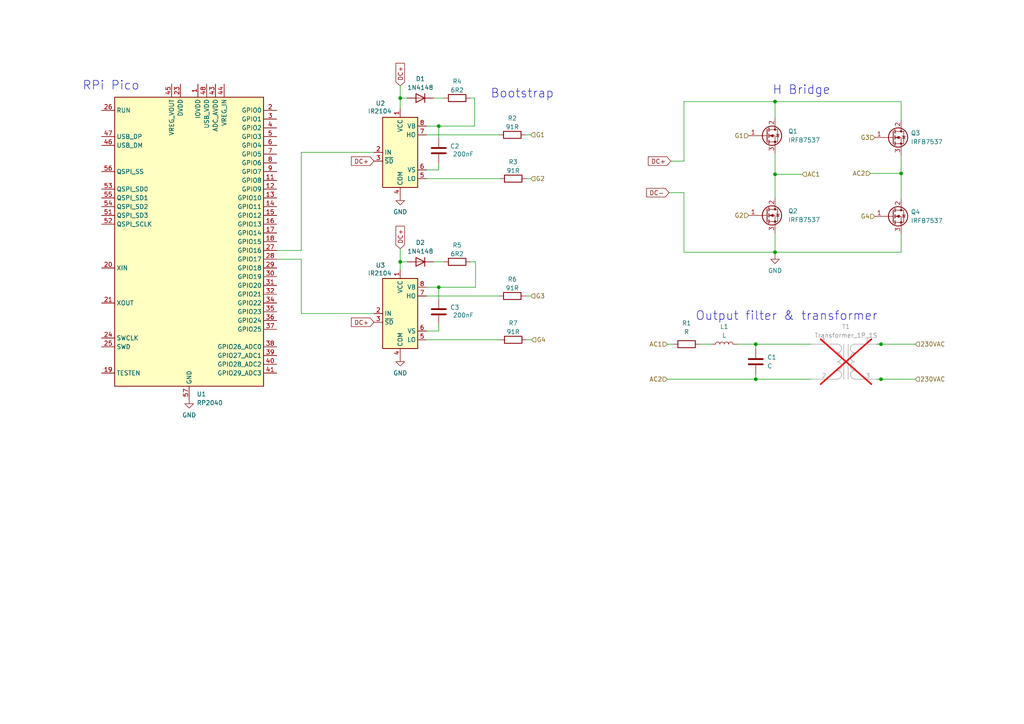
<source format=kicad_sch>
(kicad_sch (version 20230121) (generator eeschema)

  (uuid bda8836d-b59d-4f7b-bcf8-2d78f9a2ce7b)

  (paper "A4")

  (lib_symbols
    (symbol "Device:C" (pin_numbers hide) (pin_names (offset 0.254)) (in_bom yes) (on_board yes)
      (property "Reference" "C" (at 0.635 2.54 0)
        (effects (font (size 1.27 1.27)) (justify left))
      )
      (property "Value" "C" (at 0.635 -2.54 0)
        (effects (font (size 1.27 1.27)) (justify left))
      )
      (property "Footprint" "" (at 0.9652 -3.81 0)
        (effects (font (size 1.27 1.27)) hide)
      )
      (property "Datasheet" "~" (at 0 0 0)
        (effects (font (size 1.27 1.27)) hide)
      )
      (property "ki_keywords" "cap capacitor" (at 0 0 0)
        (effects (font (size 1.27 1.27)) hide)
      )
      (property "ki_description" "Unpolarized capacitor" (at 0 0 0)
        (effects (font (size 1.27 1.27)) hide)
      )
      (property "ki_fp_filters" "C_*" (at 0 0 0)
        (effects (font (size 1.27 1.27)) hide)
      )
      (symbol "C_0_1"
        (polyline
          (pts
            (xy -2.032 -0.762)
            (xy 2.032 -0.762)
          )
          (stroke (width 0.508) (type default))
          (fill (type none))
        )
        (polyline
          (pts
            (xy -2.032 0.762)
            (xy 2.032 0.762)
          )
          (stroke (width 0.508) (type default))
          (fill (type none))
        )
      )
      (symbol "C_1_1"
        (pin passive line (at 0 3.81 270) (length 2.794)
          (name "~" (effects (font (size 1.27 1.27))))
          (number "1" (effects (font (size 1.27 1.27))))
        )
        (pin passive line (at 0 -3.81 90) (length 2.794)
          (name "~" (effects (font (size 1.27 1.27))))
          (number "2" (effects (font (size 1.27 1.27))))
        )
      )
    )
    (symbol "Device:D" (pin_numbers hide) (pin_names (offset 1.016) hide) (in_bom yes) (on_board yes)
      (property "Reference" "D" (at 0 2.54 0)
        (effects (font (size 1.27 1.27)))
      )
      (property "Value" "D" (at 0 -2.54 0)
        (effects (font (size 1.27 1.27)))
      )
      (property "Footprint" "" (at 0 0 0)
        (effects (font (size 1.27 1.27)) hide)
      )
      (property "Datasheet" "~" (at 0 0 0)
        (effects (font (size 1.27 1.27)) hide)
      )
      (property "Sim.Device" "D" (at 0 0 0)
        (effects (font (size 1.27 1.27)) hide)
      )
      (property "Sim.Pins" "1=K 2=A" (at 0 0 0)
        (effects (font (size 1.27 1.27)) hide)
      )
      (property "ki_keywords" "diode" (at 0 0 0)
        (effects (font (size 1.27 1.27)) hide)
      )
      (property "ki_description" "Diode" (at 0 0 0)
        (effects (font (size 1.27 1.27)) hide)
      )
      (property "ki_fp_filters" "TO-???* *_Diode_* *SingleDiode* D_*" (at 0 0 0)
        (effects (font (size 1.27 1.27)) hide)
      )
      (symbol "D_0_1"
        (polyline
          (pts
            (xy -1.27 1.27)
            (xy -1.27 -1.27)
          )
          (stroke (width 0.254) (type default))
          (fill (type none))
        )
        (polyline
          (pts
            (xy 1.27 0)
            (xy -1.27 0)
          )
          (stroke (width 0) (type default))
          (fill (type none))
        )
        (polyline
          (pts
            (xy 1.27 1.27)
            (xy 1.27 -1.27)
            (xy -1.27 0)
            (xy 1.27 1.27)
          )
          (stroke (width 0.254) (type default))
          (fill (type none))
        )
      )
      (symbol "D_1_1"
        (pin passive line (at -3.81 0 0) (length 2.54)
          (name "K" (effects (font (size 1.27 1.27))))
          (number "1" (effects (font (size 1.27 1.27))))
        )
        (pin passive line (at 3.81 0 180) (length 2.54)
          (name "A" (effects (font (size 1.27 1.27))))
          (number "2" (effects (font (size 1.27 1.27))))
        )
      )
    )
    (symbol "Device:L" (pin_numbers hide) (pin_names (offset 1.016) hide) (in_bom yes) (on_board yes)
      (property "Reference" "L" (at -1.27 0 90)
        (effects (font (size 1.27 1.27)))
      )
      (property "Value" "L" (at 1.905 0 90)
        (effects (font (size 1.27 1.27)))
      )
      (property "Footprint" "" (at 0 0 0)
        (effects (font (size 1.27 1.27)) hide)
      )
      (property "Datasheet" "~" (at 0 0 0)
        (effects (font (size 1.27 1.27)) hide)
      )
      (property "ki_keywords" "inductor choke coil reactor magnetic" (at 0 0 0)
        (effects (font (size 1.27 1.27)) hide)
      )
      (property "ki_description" "Inductor" (at 0 0 0)
        (effects (font (size 1.27 1.27)) hide)
      )
      (property "ki_fp_filters" "Choke_* *Coil* Inductor_* L_*" (at 0 0 0)
        (effects (font (size 1.27 1.27)) hide)
      )
      (symbol "L_0_1"
        (arc (start 0 -2.54) (mid 0.6323 -1.905) (end 0 -1.27)
          (stroke (width 0) (type default))
          (fill (type none))
        )
        (arc (start 0 -1.27) (mid 0.6323 -0.635) (end 0 0)
          (stroke (width 0) (type default))
          (fill (type none))
        )
        (arc (start 0 0) (mid 0.6323 0.635) (end 0 1.27)
          (stroke (width 0) (type default))
          (fill (type none))
        )
        (arc (start 0 1.27) (mid 0.6323 1.905) (end 0 2.54)
          (stroke (width 0) (type default))
          (fill (type none))
        )
      )
      (symbol "L_1_1"
        (pin passive line (at 0 3.81 270) (length 1.27)
          (name "1" (effects (font (size 1.27 1.27))))
          (number "1" (effects (font (size 1.27 1.27))))
        )
        (pin passive line (at 0 -3.81 90) (length 1.27)
          (name "2" (effects (font (size 1.27 1.27))))
          (number "2" (effects (font (size 1.27 1.27))))
        )
      )
    )
    (symbol "Device:R" (pin_numbers hide) (pin_names (offset 0)) (in_bom yes) (on_board yes)
      (property "Reference" "R" (at 2.032 0 90)
        (effects (font (size 1.27 1.27)))
      )
      (property "Value" "R" (at 0 0 90)
        (effects (font (size 1.27 1.27)))
      )
      (property "Footprint" "" (at -1.778 0 90)
        (effects (font (size 1.27 1.27)) hide)
      )
      (property "Datasheet" "~" (at 0 0 0)
        (effects (font (size 1.27 1.27)) hide)
      )
      (property "ki_keywords" "R res resistor" (at 0 0 0)
        (effects (font (size 1.27 1.27)) hide)
      )
      (property "ki_description" "Resistor" (at 0 0 0)
        (effects (font (size 1.27 1.27)) hide)
      )
      (property "ki_fp_filters" "R_*" (at 0 0 0)
        (effects (font (size 1.27 1.27)) hide)
      )
      (symbol "R_0_1"
        (rectangle (start -1.016 -2.54) (end 1.016 2.54)
          (stroke (width 0.254) (type default))
          (fill (type none))
        )
      )
      (symbol "R_1_1"
        (pin passive line (at 0 3.81 270) (length 1.27)
          (name "~" (effects (font (size 1.27 1.27))))
          (number "1" (effects (font (size 1.27 1.27))))
        )
        (pin passive line (at 0 -3.81 90) (length 1.27)
          (name "~" (effects (font (size 1.27 1.27))))
          (number "2" (effects (font (size 1.27 1.27))))
        )
      )
    )
    (symbol "Device:Transformer_1P_1S" (pin_names (offset 1.016) hide) (in_bom yes) (on_board yes)
      (property "Reference" "T" (at 0 6.35 0)
        (effects (font (size 1.27 1.27)))
      )
      (property "Value" "Transformer_1P_1S" (at 0 -7.62 0)
        (effects (font (size 1.27 1.27)))
      )
      (property "Footprint" "" (at 0 0 0)
        (effects (font (size 1.27 1.27)) hide)
      )
      (property "Datasheet" "~" (at 0 0 0)
        (effects (font (size 1.27 1.27)) hide)
      )
      (property "ki_keywords" "transformer coil magnet" (at 0 0 0)
        (effects (font (size 1.27 1.27)) hide)
      )
      (property "ki_description" "Transformer, single primary, single secondary" (at 0 0 0)
        (effects (font (size 1.27 1.27)) hide)
      )
      (symbol "Transformer_1P_1S_0_1"
        (arc (start -2.54 -5.0546) (mid -1.6599 -4.6901) (end -1.27 -3.81)
          (stroke (width 0) (type default))
          (fill (type none))
        )
        (arc (start -2.54 -2.5146) (mid -1.6599 -2.1501) (end -1.27 -1.27)
          (stroke (width 0) (type default))
          (fill (type none))
        )
        (arc (start -2.54 0.0254) (mid -1.6599 0.3899) (end -1.27 1.27)
          (stroke (width 0) (type default))
          (fill (type none))
        )
        (arc (start -2.54 2.5654) (mid -1.6599 2.9299) (end -1.27 3.81)
          (stroke (width 0) (type default))
          (fill (type none))
        )
        (arc (start -1.27 -3.81) (mid -1.642 -2.912) (end -2.54 -2.54)
          (stroke (width 0) (type default))
          (fill (type none))
        )
        (arc (start -1.27 -1.27) (mid -1.642 -0.372) (end -2.54 0)
          (stroke (width 0) (type default))
          (fill (type none))
        )
        (arc (start -1.27 1.27) (mid -1.642 2.168) (end -2.54 2.54)
          (stroke (width 0) (type default))
          (fill (type none))
        )
        (arc (start -1.27 3.81) (mid -1.642 4.708) (end -2.54 5.08)
          (stroke (width 0) (type default))
          (fill (type none))
        )
        (polyline
          (pts
            (xy -0.635 5.08)
            (xy -0.635 -5.08)
          )
          (stroke (width 0) (type default))
          (fill (type none))
        )
        (polyline
          (pts
            (xy 0.635 -5.08)
            (xy 0.635 5.08)
          )
          (stroke (width 0) (type default))
          (fill (type none))
        )
        (arc (start 1.2954 -1.27) (mid 1.6599 -2.1501) (end 2.54 -2.5146)
          (stroke (width 0) (type default))
          (fill (type none))
        )
        (arc (start 1.2954 1.27) (mid 1.6599 0.3899) (end 2.54 0.0254)
          (stroke (width 0) (type default))
          (fill (type none))
        )
        (arc (start 1.2954 3.81) (mid 1.6599 2.9299) (end 2.54 2.5654)
          (stroke (width 0) (type default))
          (fill (type none))
        )
        (arc (start 1.3208 -3.81) (mid 1.6853 -4.6901) (end 2.5654 -5.0546)
          (stroke (width 0) (type default))
          (fill (type none))
        )
        (arc (start 2.54 0) (mid 1.642 -0.372) (end 1.2954 -1.27)
          (stroke (width 0) (type default))
          (fill (type none))
        )
        (arc (start 2.54 2.54) (mid 1.642 2.168) (end 1.2954 1.27)
          (stroke (width 0) (type default))
          (fill (type none))
        )
        (arc (start 2.54 5.08) (mid 1.642 4.708) (end 1.2954 3.81)
          (stroke (width 0) (type default))
          (fill (type none))
        )
        (arc (start 2.5654 -2.54) (mid 1.6674 -2.912) (end 1.3208 -3.81)
          (stroke (width 0) (type default))
          (fill (type none))
        )
      )
      (symbol "Transformer_1P_1S_1_1"
        (pin passive line (at -10.16 5.08 0) (length 7.62)
          (name "AA" (effects (font (size 1.27 1.27))))
          (number "1" (effects (font (size 1.27 1.27))))
        )
        (pin passive line (at -10.16 -5.08 0) (length 7.62)
          (name "AB" (effects (font (size 1.27 1.27))))
          (number "2" (effects (font (size 1.27 1.27))))
        )
        (pin passive line (at 10.16 -5.08 180) (length 7.62)
          (name "SA" (effects (font (size 1.27 1.27))))
          (number "3" (effects (font (size 1.27 1.27))))
        )
        (pin passive line (at 10.16 5.08 180) (length 7.62)
          (name "SB" (effects (font (size 1.27 1.27))))
          (number "4" (effects (font (size 1.27 1.27))))
        )
      )
    )
    (symbol "Driver_FET:IR2104" (in_bom yes) (on_board yes)
      (property "Reference" "U" (at 1.27 13.335 0)
        (effects (font (size 1.27 1.27)) (justify left))
      )
      (property "Value" "IR2104" (at 1.27 11.43 0)
        (effects (font (size 1.27 1.27)) (justify left))
      )
      (property "Footprint" "" (at 0 0 0)
        (effects (font (size 1.27 1.27) italic) hide)
      )
      (property "Datasheet" "https://www.infineon.com/dgdl/ir2104.pdf?fileId=5546d462533600a4015355c7c1c31671" (at 0 0 0)
        (effects (font (size 1.27 1.27)) hide)
      )
      (property "ki_keywords" "Gate Driver" (at 0 0 0)
        (effects (font (size 1.27 1.27)) hide)
      )
      (property "ki_description" "Half-Bridge Driver, 600V, 210/360mA, PDIP-8/SOIC-8" (at 0 0 0)
        (effects (font (size 1.27 1.27)) hide)
      )
      (property "ki_fp_filters" "SOIC*3.9x4.9mm*P1.27mm* DIP*W7.62mm*" (at 0 0 0)
        (effects (font (size 1.27 1.27)) hide)
      )
      (symbol "IR2104_0_1"
        (rectangle (start -5.08 -10.16) (end 5.08 10.16)
          (stroke (width 0.254) (type default))
          (fill (type background))
        )
      )
      (symbol "IR2104_1_1"
        (pin power_in line (at 0 12.7 270) (length 2.54)
          (name "VCC" (effects (font (size 1.27 1.27))))
          (number "1" (effects (font (size 1.27 1.27))))
        )
        (pin input line (at -7.62 0 0) (length 2.54)
          (name "IN" (effects (font (size 1.27 1.27))))
          (number "2" (effects (font (size 1.27 1.27))))
        )
        (pin input line (at -7.62 -2.54 0) (length 2.54)
          (name "~{SD}" (effects (font (size 1.27 1.27))))
          (number "3" (effects (font (size 1.27 1.27))))
        )
        (pin power_in line (at 0 -12.7 90) (length 2.54)
          (name "COM" (effects (font (size 1.27 1.27))))
          (number "4" (effects (font (size 1.27 1.27))))
        )
        (pin output line (at 7.62 -7.62 180) (length 2.54)
          (name "LO" (effects (font (size 1.27 1.27))))
          (number "5" (effects (font (size 1.27 1.27))))
        )
        (pin passive line (at 7.62 -5.08 180) (length 2.54)
          (name "VS" (effects (font (size 1.27 1.27))))
          (number "6" (effects (font (size 1.27 1.27))))
        )
        (pin output line (at 7.62 5.08 180) (length 2.54)
          (name "HO" (effects (font (size 1.27 1.27))))
          (number "7" (effects (font (size 1.27 1.27))))
        )
        (pin passive line (at 7.62 7.62 180) (length 2.54)
          (name "VB" (effects (font (size 1.27 1.27))))
          (number "8" (effects (font (size 1.27 1.27))))
        )
      )
    )
    (symbol "MCU_RaspberryPi:RP2040" (in_bom yes) (on_board yes)
      (property "Reference" "U" (at 17.78 45.72 0)
        (effects (font (size 1.27 1.27)))
      )
      (property "Value" "RP2040" (at 17.78 43.18 0)
        (effects (font (size 1.27 1.27)))
      )
      (property "Footprint" "Package_DFN_QFN:QFN-56-1EP_7x7mm_P0.4mm_EP3.2x3.2mm" (at 0 0 0)
        (effects (font (size 1.27 1.27)) hide)
      )
      (property "Datasheet" "https://datasheets.raspberrypi.com/rp2040/rp2040-datasheet.pdf" (at 0 0 0)
        (effects (font (size 1.27 1.27)) hide)
      )
      (property "ki_keywords" "RP2040 ARM Cortex-M0+ USB" (at 0 0 0)
        (effects (font (size 1.27 1.27)) hide)
      )
      (property "ki_description" "A microcontroller by Raspberry Pi" (at 0 0 0)
        (effects (font (size 1.27 1.27)) hide)
      )
      (property "ki_fp_filters" "QFN*1EP*7x7mm?P0.4mm*" (at 0 0 0)
        (effects (font (size 1.27 1.27)) hide)
      )
      (symbol "RP2040_0_1"
        (rectangle (start -21.59 41.91) (end 21.59 -41.91)
          (stroke (width 0.254) (type default))
          (fill (type background))
        )
      )
      (symbol "RP2040_1_1"
        (pin power_in line (at 2.54 45.72 270) (length 3.81)
          (name "IOVDD" (effects (font (size 1.27 1.27))))
          (number "1" (effects (font (size 1.27 1.27))))
        )
        (pin passive line (at 2.54 45.72 270) (length 3.81) hide
          (name "IOVDD" (effects (font (size 1.27 1.27))))
          (number "10" (effects (font (size 1.27 1.27))))
        )
        (pin bidirectional line (at 25.4 17.78 180) (length 3.81)
          (name "GPIO8" (effects (font (size 1.27 1.27))))
          (number "11" (effects (font (size 1.27 1.27))))
        )
        (pin bidirectional line (at 25.4 15.24 180) (length 3.81)
          (name "GPIO9" (effects (font (size 1.27 1.27))))
          (number "12" (effects (font (size 1.27 1.27))))
        )
        (pin bidirectional line (at 25.4 12.7 180) (length 3.81)
          (name "GPIO10" (effects (font (size 1.27 1.27))))
          (number "13" (effects (font (size 1.27 1.27))))
        )
        (pin bidirectional line (at 25.4 10.16 180) (length 3.81)
          (name "GPIO11" (effects (font (size 1.27 1.27))))
          (number "14" (effects (font (size 1.27 1.27))))
        )
        (pin bidirectional line (at 25.4 7.62 180) (length 3.81)
          (name "GPIO12" (effects (font (size 1.27 1.27))))
          (number "15" (effects (font (size 1.27 1.27))))
        )
        (pin bidirectional line (at 25.4 5.08 180) (length 3.81)
          (name "GPIO13" (effects (font (size 1.27 1.27))))
          (number "16" (effects (font (size 1.27 1.27))))
        )
        (pin bidirectional line (at 25.4 2.54 180) (length 3.81)
          (name "GPIO14" (effects (font (size 1.27 1.27))))
          (number "17" (effects (font (size 1.27 1.27))))
        )
        (pin bidirectional line (at 25.4 0 180) (length 3.81)
          (name "GPIO15" (effects (font (size 1.27 1.27))))
          (number "18" (effects (font (size 1.27 1.27))))
        )
        (pin input line (at -25.4 -38.1 0) (length 3.81)
          (name "TESTEN" (effects (font (size 1.27 1.27))))
          (number "19" (effects (font (size 1.27 1.27))))
        )
        (pin bidirectional line (at 25.4 38.1 180) (length 3.81)
          (name "GPIO0" (effects (font (size 1.27 1.27))))
          (number "2" (effects (font (size 1.27 1.27))))
        )
        (pin input line (at -25.4 -7.62 0) (length 3.81)
          (name "XIN" (effects (font (size 1.27 1.27))))
          (number "20" (effects (font (size 1.27 1.27))))
        )
        (pin passive line (at -25.4 -17.78 0) (length 3.81)
          (name "XOUT" (effects (font (size 1.27 1.27))))
          (number "21" (effects (font (size 1.27 1.27))))
        )
        (pin passive line (at 2.54 45.72 270) (length 3.81) hide
          (name "IOVDD" (effects (font (size 1.27 1.27))))
          (number "22" (effects (font (size 1.27 1.27))))
        )
        (pin power_in line (at -2.54 45.72 270) (length 3.81)
          (name "DVDD" (effects (font (size 1.27 1.27))))
          (number "23" (effects (font (size 1.27 1.27))))
        )
        (pin input line (at -25.4 -27.94 0) (length 3.81)
          (name "SWCLK" (effects (font (size 1.27 1.27))))
          (number "24" (effects (font (size 1.27 1.27))))
        )
        (pin bidirectional line (at -25.4 -30.48 0) (length 3.81)
          (name "SWD" (effects (font (size 1.27 1.27))))
          (number "25" (effects (font (size 1.27 1.27))))
        )
        (pin input line (at -25.4 38.1 0) (length 3.81)
          (name "RUN" (effects (font (size 1.27 1.27))))
          (number "26" (effects (font (size 1.27 1.27))))
        )
        (pin bidirectional line (at 25.4 -2.54 180) (length 3.81)
          (name "GPIO16" (effects (font (size 1.27 1.27))))
          (number "27" (effects (font (size 1.27 1.27))))
        )
        (pin bidirectional line (at 25.4 -5.08 180) (length 3.81)
          (name "GPIO17" (effects (font (size 1.27 1.27))))
          (number "28" (effects (font (size 1.27 1.27))))
        )
        (pin bidirectional line (at 25.4 -7.62 180) (length 3.81)
          (name "GPIO18" (effects (font (size 1.27 1.27))))
          (number "29" (effects (font (size 1.27 1.27))))
        )
        (pin bidirectional line (at 25.4 35.56 180) (length 3.81)
          (name "GPIO1" (effects (font (size 1.27 1.27))))
          (number "3" (effects (font (size 1.27 1.27))))
        )
        (pin bidirectional line (at 25.4 -10.16 180) (length 3.81)
          (name "GPIO19" (effects (font (size 1.27 1.27))))
          (number "30" (effects (font (size 1.27 1.27))))
        )
        (pin bidirectional line (at 25.4 -12.7 180) (length 3.81)
          (name "GPIO20" (effects (font (size 1.27 1.27))))
          (number "31" (effects (font (size 1.27 1.27))))
        )
        (pin bidirectional line (at 25.4 -15.24 180) (length 3.81)
          (name "GPIO21" (effects (font (size 1.27 1.27))))
          (number "32" (effects (font (size 1.27 1.27))))
        )
        (pin passive line (at 2.54 45.72 270) (length 3.81) hide
          (name "IOVDD" (effects (font (size 1.27 1.27))))
          (number "33" (effects (font (size 1.27 1.27))))
        )
        (pin bidirectional line (at 25.4 -17.78 180) (length 3.81)
          (name "GPIO22" (effects (font (size 1.27 1.27))))
          (number "34" (effects (font (size 1.27 1.27))))
        )
        (pin bidirectional line (at 25.4 -20.32 180) (length 3.81)
          (name "GPIO23" (effects (font (size 1.27 1.27))))
          (number "35" (effects (font (size 1.27 1.27))))
        )
        (pin bidirectional line (at 25.4 -22.86 180) (length 3.81)
          (name "GPIO24" (effects (font (size 1.27 1.27))))
          (number "36" (effects (font (size 1.27 1.27))))
        )
        (pin bidirectional line (at 25.4 -25.4 180) (length 3.81)
          (name "GPIO25" (effects (font (size 1.27 1.27))))
          (number "37" (effects (font (size 1.27 1.27))))
        )
        (pin bidirectional line (at 25.4 -30.48 180) (length 3.81)
          (name "GPIO26_ADC0" (effects (font (size 1.27 1.27))))
          (number "38" (effects (font (size 1.27 1.27))))
        )
        (pin bidirectional line (at 25.4 -33.02 180) (length 3.81)
          (name "GPIO27_ADC1" (effects (font (size 1.27 1.27))))
          (number "39" (effects (font (size 1.27 1.27))))
        )
        (pin bidirectional line (at 25.4 33.02 180) (length 3.81)
          (name "GPIO2" (effects (font (size 1.27 1.27))))
          (number "4" (effects (font (size 1.27 1.27))))
        )
        (pin bidirectional line (at 25.4 -35.56 180) (length 3.81)
          (name "GPIO28_ADC2" (effects (font (size 1.27 1.27))))
          (number "40" (effects (font (size 1.27 1.27))))
        )
        (pin bidirectional line (at 25.4 -38.1 180) (length 3.81)
          (name "GPIO29_ADC3" (effects (font (size 1.27 1.27))))
          (number "41" (effects (font (size 1.27 1.27))))
        )
        (pin passive line (at 2.54 45.72 270) (length 3.81) hide
          (name "IOVDD" (effects (font (size 1.27 1.27))))
          (number "42" (effects (font (size 1.27 1.27))))
        )
        (pin power_in line (at 7.62 45.72 270) (length 3.81)
          (name "ADC_AVDD" (effects (font (size 1.27 1.27))))
          (number "43" (effects (font (size 1.27 1.27))))
        )
        (pin power_in line (at 10.16 45.72 270) (length 3.81)
          (name "VREG_IN" (effects (font (size 1.27 1.27))))
          (number "44" (effects (font (size 1.27 1.27))))
        )
        (pin power_out line (at -5.08 45.72 270) (length 3.81)
          (name "VREG_VOUT" (effects (font (size 1.27 1.27))))
          (number "45" (effects (font (size 1.27 1.27))))
        )
        (pin bidirectional line (at -25.4 27.94 0) (length 3.81)
          (name "USB_DM" (effects (font (size 1.27 1.27))))
          (number "46" (effects (font (size 1.27 1.27))))
        )
        (pin bidirectional line (at -25.4 30.48 0) (length 3.81)
          (name "USB_DP" (effects (font (size 1.27 1.27))))
          (number "47" (effects (font (size 1.27 1.27))))
        )
        (pin power_in line (at 5.08 45.72 270) (length 3.81)
          (name "USB_VDD" (effects (font (size 1.27 1.27))))
          (number "48" (effects (font (size 1.27 1.27))))
        )
        (pin passive line (at 2.54 45.72 270) (length 3.81) hide
          (name "IOVDD" (effects (font (size 1.27 1.27))))
          (number "49" (effects (font (size 1.27 1.27))))
        )
        (pin bidirectional line (at 25.4 30.48 180) (length 3.81)
          (name "GPIO3" (effects (font (size 1.27 1.27))))
          (number "5" (effects (font (size 1.27 1.27))))
        )
        (pin passive line (at -2.54 45.72 270) (length 3.81) hide
          (name "DVDD" (effects (font (size 1.27 1.27))))
          (number "50" (effects (font (size 1.27 1.27))))
        )
        (pin bidirectional line (at -25.4 7.62 0) (length 3.81)
          (name "QSPI_SD3" (effects (font (size 1.27 1.27))))
          (number "51" (effects (font (size 1.27 1.27))))
        )
        (pin output line (at -25.4 5.08 0) (length 3.81)
          (name "QSPI_SCLK" (effects (font (size 1.27 1.27))))
          (number "52" (effects (font (size 1.27 1.27))))
        )
        (pin bidirectional line (at -25.4 15.24 0) (length 3.81)
          (name "QSPI_SD0" (effects (font (size 1.27 1.27))))
          (number "53" (effects (font (size 1.27 1.27))))
        )
        (pin bidirectional line (at -25.4 10.16 0) (length 3.81)
          (name "QSPI_SD2" (effects (font (size 1.27 1.27))))
          (number "54" (effects (font (size 1.27 1.27))))
        )
        (pin bidirectional line (at -25.4 12.7 0) (length 3.81)
          (name "QSPI_SD1" (effects (font (size 1.27 1.27))))
          (number "55" (effects (font (size 1.27 1.27))))
        )
        (pin bidirectional line (at -25.4 20.32 0) (length 3.81)
          (name "QSPI_SS" (effects (font (size 1.27 1.27))))
          (number "56" (effects (font (size 1.27 1.27))))
        )
        (pin power_in line (at 0 -45.72 90) (length 3.81)
          (name "GND" (effects (font (size 1.27 1.27))))
          (number "57" (effects (font (size 1.27 1.27))))
        )
        (pin bidirectional line (at 25.4 27.94 180) (length 3.81)
          (name "GPIO4" (effects (font (size 1.27 1.27))))
          (number "6" (effects (font (size 1.27 1.27))))
        )
        (pin bidirectional line (at 25.4 25.4 180) (length 3.81)
          (name "GPIO5" (effects (font (size 1.27 1.27))))
          (number "7" (effects (font (size 1.27 1.27))))
        )
        (pin bidirectional line (at 25.4 22.86 180) (length 3.81)
          (name "GPIO6" (effects (font (size 1.27 1.27))))
          (number "8" (effects (font (size 1.27 1.27))))
        )
        (pin bidirectional line (at 25.4 20.32 180) (length 3.81)
          (name "GPIO7" (effects (font (size 1.27 1.27))))
          (number "9" (effects (font (size 1.27 1.27))))
        )
      )
    )
    (symbol "Transistor_FET:IRF3205" (pin_names hide) (in_bom yes) (on_board yes)
      (property "Reference" "Q" (at 6.35 1.905 0)
        (effects (font (size 1.27 1.27)) (justify left))
      )
      (property "Value" "IRF3205" (at 6.35 0 0)
        (effects (font (size 1.27 1.27)) (justify left))
      )
      (property "Footprint" "Package_TO_SOT_THT:TO-220-3_Vertical" (at 6.35 -1.905 0)
        (effects (font (size 1.27 1.27) italic) (justify left) hide)
      )
      (property "Datasheet" "http://www.irf.com/product-info/datasheets/data/irf3205.pdf" (at 0 0 0)
        (effects (font (size 1.27 1.27)) (justify left) hide)
      )
      (property "ki_keywords" "Single N-Channel HEXFET Power MOSFET" (at 0 0 0)
        (effects (font (size 1.27 1.27)) hide)
      )
      (property "ki_description" "110A Id, 55V Vds, Single N-Channel HEXFET Power MOSFET, 8mOhm Ron, TO-220AB" (at 0 0 0)
        (effects (font (size 1.27 1.27)) hide)
      )
      (property "ki_fp_filters" "TO?220*" (at 0 0 0)
        (effects (font (size 1.27 1.27)) hide)
      )
      (symbol "IRF3205_0_1"
        (polyline
          (pts
            (xy 0.254 0)
            (xy -2.54 0)
          )
          (stroke (width 0) (type default))
          (fill (type none))
        )
        (polyline
          (pts
            (xy 0.254 1.905)
            (xy 0.254 -1.905)
          )
          (stroke (width 0.254) (type default))
          (fill (type none))
        )
        (polyline
          (pts
            (xy 0.762 -1.27)
            (xy 0.762 -2.286)
          )
          (stroke (width 0.254) (type default))
          (fill (type none))
        )
        (polyline
          (pts
            (xy 0.762 0.508)
            (xy 0.762 -0.508)
          )
          (stroke (width 0.254) (type default))
          (fill (type none))
        )
        (polyline
          (pts
            (xy 0.762 2.286)
            (xy 0.762 1.27)
          )
          (stroke (width 0.254) (type default))
          (fill (type none))
        )
        (polyline
          (pts
            (xy 2.54 2.54)
            (xy 2.54 1.778)
          )
          (stroke (width 0) (type default))
          (fill (type none))
        )
        (polyline
          (pts
            (xy 2.54 -2.54)
            (xy 2.54 0)
            (xy 0.762 0)
          )
          (stroke (width 0) (type default))
          (fill (type none))
        )
        (polyline
          (pts
            (xy 0.762 -1.778)
            (xy 3.302 -1.778)
            (xy 3.302 1.778)
            (xy 0.762 1.778)
          )
          (stroke (width 0) (type default))
          (fill (type none))
        )
        (polyline
          (pts
            (xy 1.016 0)
            (xy 2.032 0.381)
            (xy 2.032 -0.381)
            (xy 1.016 0)
          )
          (stroke (width 0) (type default))
          (fill (type outline))
        )
        (polyline
          (pts
            (xy 2.794 0.508)
            (xy 2.921 0.381)
            (xy 3.683 0.381)
            (xy 3.81 0.254)
          )
          (stroke (width 0) (type default))
          (fill (type none))
        )
        (polyline
          (pts
            (xy 3.302 0.381)
            (xy 2.921 -0.254)
            (xy 3.683 -0.254)
            (xy 3.302 0.381)
          )
          (stroke (width 0) (type default))
          (fill (type none))
        )
        (circle (center 1.651 0) (radius 2.794)
          (stroke (width 0.254) (type default))
          (fill (type none))
        )
        (circle (center 2.54 -1.778) (radius 0.254)
          (stroke (width 0) (type default))
          (fill (type outline))
        )
        (circle (center 2.54 1.778) (radius 0.254)
          (stroke (width 0) (type default))
          (fill (type outline))
        )
      )
      (symbol "IRF3205_1_1"
        (pin input line (at -5.08 0 0) (length 2.54)
          (name "G" (effects (font (size 1.27 1.27))))
          (number "1" (effects (font (size 1.27 1.27))))
        )
        (pin passive line (at 2.54 5.08 270) (length 2.54)
          (name "D" (effects (font (size 1.27 1.27))))
          (number "2" (effects (font (size 1.27 1.27))))
        )
        (pin passive line (at 2.54 -5.08 90) (length 2.54)
          (name "S" (effects (font (size 1.27 1.27))))
          (number "3" (effects (font (size 1.27 1.27))))
        )
      )
    )
    (symbol "power:GND" (power) (pin_names (offset 0)) (in_bom yes) (on_board yes)
      (property "Reference" "#PWR" (at 0 -6.35 0)
        (effects (font (size 1.27 1.27)) hide)
      )
      (property "Value" "GND" (at 0 -3.81 0)
        (effects (font (size 1.27 1.27)))
      )
      (property "Footprint" "" (at 0 0 0)
        (effects (font (size 1.27 1.27)) hide)
      )
      (property "Datasheet" "" (at 0 0 0)
        (effects (font (size 1.27 1.27)) hide)
      )
      (property "ki_keywords" "global power" (at 0 0 0)
        (effects (font (size 1.27 1.27)) hide)
      )
      (property "ki_description" "Power symbol creates a global label with name \"GND\" , ground" (at 0 0 0)
        (effects (font (size 1.27 1.27)) hide)
      )
      (symbol "GND_0_1"
        (polyline
          (pts
            (xy 0 0)
            (xy 0 -1.27)
            (xy 1.27 -1.27)
            (xy 0 -2.54)
            (xy -1.27 -1.27)
            (xy 0 -1.27)
          )
          (stroke (width 0) (type default))
          (fill (type none))
        )
      )
      (symbol "GND_1_1"
        (pin power_in line (at 0 0 270) (length 0) hide
          (name "GND" (effects (font (size 1.27 1.27))))
          (number "1" (effects (font (size 1.27 1.27))))
        )
      )
    )
  )

  (junction (at 219.202 99.822) (diameter 0) (color 0 0 0 0)
    (uuid 171da6f0-7ed5-43bf-a1dc-e070bf75673a)
  )
  (junction (at 261.366 50.292) (diameter 0) (color 0 0 0 0)
    (uuid 208c6644-85c6-4b77-a273-e39ac9172afc)
  )
  (junction (at 116.078 28.448) (diameter 0) (color 0 0 0 0)
    (uuid 23dad670-6f41-47b7-a4c7-85ff41cc7b87)
  )
  (junction (at 219.202 109.982) (diameter 0) (color 0 0 0 0)
    (uuid 2bb3aaa8-a642-45ee-9265-f4e63a1fa006)
  )
  (junction (at 127.254 83.312) (diameter 0) (color 0 0 0 0)
    (uuid 357af933-487a-49db-ac90-d5e5c5309db8)
  )
  (junction (at 255.524 109.982) (diameter 0) (color 0 0 0 0)
    (uuid 38eee1b2-9952-417f-bf89-4457e69e55b8)
  )
  (junction (at 116.078 75.946) (diameter 0) (color 0 0 0 0)
    (uuid 3f8ded6a-e65e-4606-adcb-71f239b7e568)
  )
  (junction (at 127.254 36.576) (diameter 0) (color 0 0 0 0)
    (uuid 4ccb19ca-919a-424c-aabe-1dd6b37d47e9)
  )
  (junction (at 224.79 50.546) (diameter 0) (color 0 0 0 0)
    (uuid 66076ba5-dd9c-49eb-bcf4-4fd211a472c9)
  )
  (junction (at 255.524 99.822) (diameter 0) (color 0 0 0 0)
    (uuid 9b5f8607-052f-4ba5-bd44-e5c0f98d23f5)
  )
  (junction (at 224.79 73.152) (diameter 0) (color 0 0 0 0)
    (uuid d1f770dc-ac6e-4cfb-b30f-868d2f6521e2)
  )
  (junction (at 224.79 29.464) (diameter 0) (color 0 0 0 0)
    (uuid dddd5e9f-2739-4911-a235-61acba4d0532)
  )

  (wire (pts (xy 224.79 67.564) (xy 224.79 73.152))
    (stroke (width 0) (type default))
    (uuid 008b040d-30d3-4f51-ab37-a4f9a7127f87)
  )
  (wire (pts (xy 254.254 109.982) (xy 255.524 109.982))
    (stroke (width 0) (type default))
    (uuid 0334c29c-010a-4704-9880-facdd5ccbf36)
  )
  (wire (pts (xy 194.056 55.88) (xy 198.374 55.88))
    (stroke (width 0) (type default))
    (uuid 052f9de7-9e89-4d41-b717-b3a3d3228bc6)
  )
  (wire (pts (xy 80.264 75.184) (xy 87.376 75.184))
    (stroke (width 0) (type default))
    (uuid 0c5fdff2-66a2-4d22-9ad8-527971ef88eb)
  )
  (wire (pts (xy 127.254 36.576) (xy 127.254 39.878))
    (stroke (width 0) (type default))
    (uuid 0e404137-566a-4d49-9b69-315a52b20fec)
  )
  (wire (pts (xy 224.79 73.914) (xy 224.79 73.152))
    (stroke (width 0) (type default))
    (uuid 0fd5c06f-13d2-43d6-8a8f-b6df476b01bb)
  )
  (wire (pts (xy 116.078 28.448) (xy 118.11 28.448))
    (stroke (width 0) (type default))
    (uuid 117bedf6-08d2-47e8-821e-8bd63874d30a)
  )
  (wire (pts (xy 137.922 75.946) (xy 137.922 83.312))
    (stroke (width 0) (type default))
    (uuid 179a2ba0-04f9-4cd9-80c8-ce9a0109b928)
  )
  (wire (pts (xy 219.202 99.822) (xy 219.202 101.092))
    (stroke (width 0) (type default))
    (uuid 17cadb2a-e0a0-458f-83b3-198ba604b7d0)
  )
  (wire (pts (xy 224.79 50.546) (xy 232.664 50.546))
    (stroke (width 0) (type default))
    (uuid 18265c21-411b-4d88-bba8-9ff3ed75061b)
  )
  (wire (pts (xy 261.366 44.958) (xy 261.366 50.292))
    (stroke (width 0) (type default))
    (uuid 1dc353d0-c5bc-48ac-8a29-224b53a178bd)
  )
  (wire (pts (xy 193.548 109.982) (xy 219.202 109.982))
    (stroke (width 0) (type default))
    (uuid 234c90e8-f3bd-4f13-9252-257c9bd960a4)
  )
  (wire (pts (xy 153.924 51.816) (xy 152.654 51.816))
    (stroke (width 0) (type default))
    (uuid 32862bc3-c0aa-4796-a115-44a2bf3e30b5)
  )
  (wire (pts (xy 219.202 109.982) (xy 219.202 108.712))
    (stroke (width 0) (type default))
    (uuid 332e8323-467c-4c33-b0d8-65b8f5af5907)
  )
  (wire (pts (xy 193.548 99.822) (xy 195.326 99.822))
    (stroke (width 0) (type default))
    (uuid 35441b38-dfa3-4cc7-b0b7-33442e9678e1)
  )
  (wire (pts (xy 116.078 75.946) (xy 116.078 78.232))
    (stroke (width 0) (type default))
    (uuid 3602ba68-c7b5-4589-9a92-49c9698b9742)
  )
  (wire (pts (xy 152.654 98.552) (xy 154.178 98.552))
    (stroke (width 0) (type default))
    (uuid 3aa45365-74b4-48dc-9996-8cafafb40aeb)
  )
  (wire (pts (xy 116.078 31.496) (xy 116.078 28.448))
    (stroke (width 0) (type default))
    (uuid 463b079c-eeee-42e9-bf5c-2496b7f3b361)
  )
  (wire (pts (xy 127.254 96.012) (xy 123.698 96.012))
    (stroke (width 0) (type default))
    (uuid 499f78de-7807-410c-b068-0d471acbdaff)
  )
  (wire (pts (xy 116.078 72.136) (xy 116.078 75.946))
    (stroke (width 0) (type default))
    (uuid 4d2e4f13-2c62-45ca-bbd0-bb4d3580395e)
  )
  (wire (pts (xy 198.374 29.464) (xy 198.374 46.736))
    (stroke (width 0) (type default))
    (uuid 4f434528-4a35-4c76-9053-b03c2d0c17a6)
  )
  (wire (pts (xy 198.374 73.152) (xy 224.79 73.152))
    (stroke (width 0) (type default))
    (uuid 52c07abe-18b2-444e-914e-2abd4aab1168)
  )
  (wire (pts (xy 137.668 36.576) (xy 127.254 36.576))
    (stroke (width 0) (type default))
    (uuid 57b65dfc-1100-4d30-a2e9-3bfd3beeb136)
  )
  (wire (pts (xy 255.524 99.822) (xy 265.43 99.822))
    (stroke (width 0) (type default))
    (uuid 59a1830f-23b7-4e74-add1-b067240441f1)
  )
  (wire (pts (xy 224.79 73.152) (xy 261.366 73.152))
    (stroke (width 0) (type default))
    (uuid 6623c468-e774-4c3e-8b14-2dcbb7d78854)
  )
  (wire (pts (xy 137.668 28.448) (xy 137.668 36.576))
    (stroke (width 0) (type default))
    (uuid 79fd8b8d-18bb-4a86-b53b-c566ae525847)
  )
  (wire (pts (xy 224.79 44.45) (xy 224.79 50.546))
    (stroke (width 0) (type default))
    (uuid 7b8882b3-e2dc-4e27-a1d0-ba25a1492914)
  )
  (wire (pts (xy 261.366 34.798) (xy 261.366 29.464))
    (stroke (width 0) (type default))
    (uuid 7de3be61-325d-4f34-9f31-e309acde6974)
  )
  (wire (pts (xy 252.476 50.292) (xy 261.366 50.292))
    (stroke (width 0) (type default))
    (uuid 7e3952a8-aa86-40de-8ddf-f1dfc3ce0980)
  )
  (wire (pts (xy 224.79 50.546) (xy 224.79 57.404))
    (stroke (width 0) (type default))
    (uuid 836ca47f-1b6f-4a59-ae43-fa29033fc876)
  )
  (wire (pts (xy 255.524 109.982) (xy 265.43 109.982))
    (stroke (width 0) (type default))
    (uuid 883a7394-feaf-492f-a029-1be723f13396)
  )
  (wire (pts (xy 127.254 47.498) (xy 127.254 49.276))
    (stroke (width 0) (type default))
    (uuid 886351c2-c067-4e00-b77d-d8908584c8f3)
  )
  (wire (pts (xy 152.4 85.852) (xy 153.924 85.852))
    (stroke (width 0) (type default))
    (uuid 8a9cc6b9-1e8a-401e-aa43-e1216f078da7)
  )
  (wire (pts (xy 108.458 44.196) (xy 87.376 44.196))
    (stroke (width 0) (type default))
    (uuid 91ac14ae-06de-4ec2-b832-a304699476d1)
  )
  (wire (pts (xy 127.254 94.234) (xy 127.254 96.012))
    (stroke (width 0) (type default))
    (uuid 91c24bae-d58e-4d11-8009-a3599722be99)
  )
  (wire (pts (xy 123.698 85.852) (xy 144.78 85.852))
    (stroke (width 0) (type default))
    (uuid 93560ae8-24d8-40be-860c-cef262f791d4)
  )
  (wire (pts (xy 87.376 90.932) (xy 108.458 90.932))
    (stroke (width 0) (type default))
    (uuid 93a51ac4-8ccf-4f3a-8f14-80c356278341)
  )
  (wire (pts (xy 127.254 86.614) (xy 127.254 83.312))
    (stroke (width 0) (type default))
    (uuid 972d4f10-23f3-48ff-a260-bd195aedb6c3)
  )
  (wire (pts (xy 137.922 75.946) (xy 136.398 75.946))
    (stroke (width 0) (type default))
    (uuid 9ecc4500-7958-4b70-8434-83c207e92679)
  )
  (wire (pts (xy 116.078 75.946) (xy 118.11 75.946))
    (stroke (width 0) (type default))
    (uuid a20a6b8f-39dd-4666-8aa7-ef8d89a53415)
  )
  (wire (pts (xy 198.374 29.464) (xy 224.79 29.464))
    (stroke (width 0) (type default))
    (uuid a4835edf-c7c0-4444-9e39-0d7bcbab2aa5)
  )
  (wire (pts (xy 125.73 75.946) (xy 128.778 75.946))
    (stroke (width 0) (type default))
    (uuid af8f0ff1-abab-49ba-873c-a8c3d806d3f9)
  )
  (wire (pts (xy 127.254 83.312) (xy 137.922 83.312))
    (stroke (width 0) (type default))
    (uuid b025d065-90cb-4089-9e7b-2bb03adad2e5)
  )
  (wire (pts (xy 254.254 99.822) (xy 255.524 99.822))
    (stroke (width 0) (type default))
    (uuid b35b0025-b812-40f1-b98a-3f0431f72bba)
  )
  (wire (pts (xy 224.79 29.464) (xy 224.79 34.29))
    (stroke (width 0) (type default))
    (uuid b426504c-ac45-49c3-857f-bb096f761a33)
  )
  (wire (pts (xy 87.376 44.196) (xy 87.376 72.644))
    (stroke (width 0) (type default))
    (uuid b42f68c3-ce36-4b7c-a0c3-c42d05afcf06)
  )
  (wire (pts (xy 219.202 99.822) (xy 213.868 99.822))
    (stroke (width 0) (type default))
    (uuid b43f0caa-511a-403f-9de3-50c585f1ec48)
  )
  (wire (pts (xy 152.4 39.116) (xy 153.924 39.116))
    (stroke (width 0) (type default))
    (uuid b6644987-fdda-4678-a1bc-89f079029c4d)
  )
  (wire (pts (xy 219.202 109.982) (xy 235.204 109.982))
    (stroke (width 0) (type default))
    (uuid bb30c652-deb7-486f-a328-70ce100edd67)
  )
  (wire (pts (xy 261.366 29.464) (xy 224.79 29.464))
    (stroke (width 0) (type default))
    (uuid bd731b16-9641-4180-8b7f-a4439315692f)
  )
  (wire (pts (xy 87.376 75.184) (xy 87.376 90.932))
    (stroke (width 0) (type default))
    (uuid c10e23b5-761b-453d-aaa0-8184ee691d11)
  )
  (wire (pts (xy 123.698 39.116) (xy 144.78 39.116))
    (stroke (width 0) (type default))
    (uuid c51c24bd-008c-4b11-8437-66044831cff1)
  )
  (wire (pts (xy 127.254 83.312) (xy 123.698 83.312))
    (stroke (width 0) (type default))
    (uuid c7e62e64-3b52-4751-a5f1-56d7e542c253)
  )
  (wire (pts (xy 202.946 99.822) (xy 206.248 99.822))
    (stroke (width 0) (type default))
    (uuid ce9e76e1-141d-4267-b32d-e666516284f4)
  )
  (wire (pts (xy 123.698 98.552) (xy 145.034 98.552))
    (stroke (width 0) (type default))
    (uuid d287403a-5197-446c-8888-a641532f28d3)
  )
  (wire (pts (xy 137.668 28.448) (xy 136.398 28.448))
    (stroke (width 0) (type default))
    (uuid d296e041-c056-4e1c-b99c-2708f4418bf5)
  )
  (wire (pts (xy 127.254 49.276) (xy 123.698 49.276))
    (stroke (width 0) (type default))
    (uuid db9d7c33-c9b3-446b-af5d-ba6d47716721)
  )
  (wire (pts (xy 194.564 46.736) (xy 198.374 46.736))
    (stroke (width 0) (type default))
    (uuid e0db0bf8-6538-479d-a3f9-609e4dba95b1)
  )
  (wire (pts (xy 261.366 73.152) (xy 261.366 67.818))
    (stroke (width 0) (type default))
    (uuid e23d86eb-e8dd-4422-a39b-892023b21f5b)
  )
  (wire (pts (xy 125.73 28.448) (xy 128.778 28.448))
    (stroke (width 0) (type default))
    (uuid e281007f-66a5-4d79-99d1-1787b5b3be40)
  )
  (wire (pts (xy 198.374 55.88) (xy 198.374 73.152))
    (stroke (width 0) (type default))
    (uuid e30f9f13-eac6-492e-83ed-98fb1ce5a6c8)
  )
  (wire (pts (xy 261.366 50.292) (xy 261.366 57.658))
    (stroke (width 0) (type default))
    (uuid e4c40c81-c198-4dea-bb56-620b89e9d93a)
  )
  (wire (pts (xy 123.698 51.816) (xy 145.034 51.816))
    (stroke (width 0) (type default))
    (uuid f0742d56-05bb-4d42-9d40-128f7521dd27)
  )
  (wire (pts (xy 87.376 72.644) (xy 80.264 72.644))
    (stroke (width 0) (type default))
    (uuid f185e04c-a3c7-4a48-9bc1-d7d54dd6f508)
  )
  (wire (pts (xy 219.202 99.822) (xy 235.204 99.822))
    (stroke (width 0) (type default))
    (uuid f3680d0e-f9f4-4339-9342-eba3cc5d7b52)
  )
  (wire (pts (xy 116.078 24.892) (xy 116.078 28.448))
    (stroke (width 0) (type default))
    (uuid f5789214-452e-4790-879b-b956b1edd73a)
  )
  (wire (pts (xy 127.254 36.576) (xy 123.698 36.576))
    (stroke (width 0) (type default))
    (uuid f6f83320-efb5-46a0-a210-581c616f9686)
  )

  (text "RPi Pico" (at 23.876 26.416 0)
    (effects (font (size 2.54 2.54)) (justify left bottom))
    (uuid 04d8e845-ca4a-4890-a863-27ca248f160b)
  )
  (text "Bootstrap" (at 142.24 28.702 0)
    (effects (font (size 2.54 2.54)) (justify left bottom))
    (uuid 1206e7d7-55b8-43a4-b6db-38090f1dd3b1)
  )
  (text "Output filter & transformer" (at 201.676 93.218 0)
    (effects (font (size 2.54 2.54)) (justify left bottom))
    (uuid 884084d5-0661-4bd0-9cf4-943807f7d58e)
  )
  (text "H Bridge" (at 224.028 27.686 0)
    (effects (font (size 2.54 2.54)) (justify left bottom))
    (uuid d390966f-c979-41f9-a74e-c48651bed4f6)
  )

  (global_label "DC+" (shape input) (at 194.564 46.736 180) (fields_autoplaced)
    (effects (font (size 1.27 1.27)) (justify right))
    (uuid 34c508f0-4dcb-4fde-a75d-a35c934b0085)
    (property "Intersheetrefs" "${INTERSHEET_REFS}" (at 187.4664 46.736 0)
      (effects (font (size 1.27 1.27)) (justify right) hide)
    )
  )
  (global_label "DC-" (shape input) (at 194.056 55.88 180) (fields_autoplaced)
    (effects (font (size 1.27 1.27)) (justify right))
    (uuid 3b43fa8d-08a0-48f7-b4cf-ad37875d102f)
    (property "Intersheetrefs" "${INTERSHEET_REFS}" (at 186.9584 55.88 0)
      (effects (font (size 1.27 1.27)) (justify right) hide)
    )
  )
  (global_label "DC+" (shape input) (at 116.078 24.892 90) (fields_autoplaced)
    (effects (font (size 1.27 1.27)) (justify left))
    (uuid 55cee8fb-b3ab-4449-a781-2576d580386c)
    (property "Intersheetrefs" "${INTERSHEET_REFS}" (at 116.078 17.7944 90)
      (effects (font (size 1.27 1.27)) (justify left) hide)
    )
  )
  (global_label "DC+" (shape input) (at 108.458 46.736 180) (fields_autoplaced)
    (effects (font (size 1.27 1.27)) (justify right))
    (uuid 62333f44-8702-431f-8fb5-34323596df31)
    (property "Intersheetrefs" "${INTERSHEET_REFS}" (at 101.3604 46.736 0)
      (effects (font (size 1.27 1.27)) (justify right) hide)
    )
  )
  (global_label "DC+" (shape input) (at 116.078 72.136 90) (fields_autoplaced)
    (effects (font (size 1.27 1.27)) (justify left))
    (uuid a90f9d1a-fc57-4e4d-883c-fa23b5c9e5bd)
    (property "Intersheetrefs" "${INTERSHEET_REFS}" (at 116.078 65.0384 90)
      (effects (font (size 1.27 1.27)) (justify left) hide)
    )
  )
  (global_label "DC+" (shape input) (at 108.458 93.472 180) (fields_autoplaced)
    (effects (font (size 1.27 1.27)) (justify right))
    (uuid abb900ca-9f35-400d-9411-6bc1503dc34b)
    (property "Intersheetrefs" "${INTERSHEET_REFS}" (at 101.3604 93.472 0)
      (effects (font (size 1.27 1.27)) (justify right) hide)
    )
  )

  (hierarchical_label "G1" (shape input) (at 153.924 39.116 0) (fields_autoplaced)
    (effects (font (size 1.27 1.27)) (justify left))
    (uuid 028885af-33a9-4877-b09e-aefdb33ff043)
  )
  (hierarchical_label "G4" (shape input) (at 154.178 98.552 0) (fields_autoplaced)
    (effects (font (size 1.27 1.27)) (justify left))
    (uuid 0de54436-5baa-4cd3-ab14-d3910116b21f)
  )
  (hierarchical_label "G3" (shape input) (at 253.746 39.878 180) (fields_autoplaced)
    (effects (font (size 1.27 1.27)) (justify right))
    (uuid 18ddf09c-7ca8-4553-adc3-0058e9630725)
  )
  (hierarchical_label "AC2" (shape input) (at 193.548 109.982 180) (fields_autoplaced)
    (effects (font (size 1.27 1.27)) (justify right))
    (uuid 3b33ef58-5423-4f4c-b987-b254a682f509)
  )
  (hierarchical_label "G2" (shape input) (at 153.924 51.816 0) (fields_autoplaced)
    (effects (font (size 1.27 1.27)) (justify left))
    (uuid 3baf9dab-8d8c-477f-a24b-ce8b7487fdb5)
  )
  (hierarchical_label "230VAC" (shape input) (at 265.43 109.982 0) (fields_autoplaced)
    (effects (font (size 1.27 1.27)) (justify left))
    (uuid 45f5fcdd-039e-4cae-a6bb-8065ea3a548b)
  )
  (hierarchical_label "G4" (shape input) (at 253.746 62.738 180) (fields_autoplaced)
    (effects (font (size 1.27 1.27)) (justify right))
    (uuid 4887de8b-eb70-48af-8b13-e4e73a9bb952)
  )
  (hierarchical_label "AC2" (shape input) (at 252.476 50.292 180) (fields_autoplaced)
    (effects (font (size 1.27 1.27)) (justify right))
    (uuid 619c0721-4122-44a1-8f26-6fd30baa27a4)
  )
  (hierarchical_label "G3" (shape input) (at 153.924 85.852 0) (fields_autoplaced)
    (effects (font (size 1.27 1.27)) (justify left))
    (uuid 64a26c6a-73ce-46cb-baef-1037091749b1)
  )
  (hierarchical_label "230VAC" (shape input) (at 265.43 99.822 0) (fields_autoplaced)
    (effects (font (size 1.27 1.27)) (justify left))
    (uuid 961df162-1ec6-4b6a-9237-e6b4e6f970fa)
  )
  (hierarchical_label "G1" (shape input) (at 217.17 39.37 180) (fields_autoplaced)
    (effects (font (size 1.27 1.27)) (justify right))
    (uuid b9ab8106-f60b-4c30-a5ca-bd2044dde121)
  )
  (hierarchical_label "AC1" (shape input) (at 232.664 50.546 0) (fields_autoplaced)
    (effects (font (size 1.27 1.27)) (justify left))
    (uuid d3ae7e50-298b-4164-9833-6b13c9f7c19e)
  )
  (hierarchical_label "G2" (shape input) (at 217.17 62.484 180) (fields_autoplaced)
    (effects (font (size 1.27 1.27)) (justify right))
    (uuid e4af600d-00e3-4794-b59d-de2a23d90cad)
  )
  (hierarchical_label "AC1" (shape input) (at 193.548 99.822 180) (fields_autoplaced)
    (effects (font (size 1.27 1.27)) (justify right))
    (uuid f214a735-b94b-45c0-a985-ce4d68800a7f)
  )

  (symbol (lib_id "Device:R") (at 148.59 39.116 90) (unit 1)
    (in_bom yes) (on_board yes) (dnp no)
    (uuid 09bb6e51-8eb1-43fa-a88a-e1e0f2cd969b)
    (property "Reference" "R2" (at 148.59 34.29 90)
      (effects (font (size 1.27 1.27)))
    )
    (property "Value" "91R" (at 148.59 36.83 90)
      (effects (font (size 1.27 1.27)))
    )
    (property "Footprint" "" (at 148.59 40.894 90)
      (effects (font (size 1.27 1.27)) hide)
    )
    (property "Datasheet" "~" (at 148.59 39.116 0)
      (effects (font (size 1.27 1.27)) hide)
    )
    (pin "2" (uuid 1cea4313-3c03-4190-ab8e-0fbad5b24290))
    (pin "1" (uuid b32740f4-beb2-4a4c-9ee7-4627bf74db78))
    (instances
      (project "PWM_Inverter"
        (path "/bda8836d-b59d-4f7b-bcf8-2d78f9a2ce7b"
          (reference "R2") (unit 1)
        )
      )
    )
  )

  (symbol (lib_id "power:GND") (at 224.79 73.914 0) (unit 1)
    (in_bom yes) (on_board yes) (dnp no) (fields_autoplaced)
    (uuid 24bf1f80-ae06-47ec-af78-12a935d0a864)
    (property "Reference" "#PWR01" (at 224.79 80.264 0)
      (effects (font (size 1.27 1.27)) hide)
    )
    (property "Value" "GND" (at 224.79 78.486 0)
      (effects (font (size 1.27 1.27)))
    )
    (property "Footprint" "" (at 224.79 73.914 0)
      (effects (font (size 1.27 1.27)) hide)
    )
    (property "Datasheet" "" (at 224.79 73.914 0)
      (effects (font (size 1.27 1.27)) hide)
    )
    (pin "1" (uuid 850ea635-1118-4589-a121-0feffc0a4de5))
    (instances
      (project "PWM_Inverter"
        (path "/bda8836d-b59d-4f7b-bcf8-2d78f9a2ce7b"
          (reference "#PWR01") (unit 1)
        )
      )
    )
  )

  (symbol (lib_id "Transistor_FET:IRF3205") (at 222.25 39.37 0) (unit 1)
    (in_bom yes) (on_board yes) (dnp no) (fields_autoplaced)
    (uuid 31a74487-0af8-4efa-a410-ff385d171013)
    (property "Reference" "Q1" (at 228.6 38.0999 0)
      (effects (font (size 1.27 1.27)) (justify left))
    )
    (property "Value" "IRFB7537" (at 228.6 40.6399 0)
      (effects (font (size 1.27 1.27)) (justify left))
    )
    (property "Footprint" "Package_TO_SOT_THT:TO-220-3_Vertical" (at 228.6 41.275 0)
      (effects (font (size 1.27 1.27) italic) (justify left) hide)
    )
    (property "Datasheet" "https://www.infineon.com/dgdl/Infineon-Data_Sheet_IRFS7537PBF-DS-v01_01-EN.pdf?fileId=5546d462533600a4015364c3ee2729cb" (at 222.25 39.37 0)
      (effects (font (size 1.27 1.27)) (justify left) hide)
    )
    (pin "1" (uuid 5cbdb005-4c4f-4723-98bd-26548cd858b5))
    (pin "2" (uuid 394f2bfb-4761-4664-8329-93bccbc8f247))
    (pin "3" (uuid 0d85734b-dfbc-46e4-ac93-3e5685312184))
    (instances
      (project "PWM_Inverter"
        (path "/bda8836d-b59d-4f7b-bcf8-2d78f9a2ce7b"
          (reference "Q1") (unit 1)
        )
      )
    )
  )

  (symbol (lib_id "MCU_RaspberryPi:RP2040") (at 54.864 70.104 0) (unit 1)
    (in_bom yes) (on_board yes) (dnp no) (fields_autoplaced)
    (uuid 35cb2c43-6328-4272-949c-8131a36b5afa)
    (property "Reference" "U1" (at 57.0581 114.3 0)
      (effects (font (size 1.27 1.27)) (justify left))
    )
    (property "Value" "RP2040" (at 57.0581 116.84 0)
      (effects (font (size 1.27 1.27)) (justify left))
    )
    (property "Footprint" "Package_DFN_QFN:QFN-56-1EP_7x7mm_P0.4mm_EP3.2x3.2mm" (at 54.864 70.104 0)
      (effects (font (size 1.27 1.27)) hide)
    )
    (property "Datasheet" "https://datasheets.raspberrypi.com/rp2040/rp2040-datasheet.pdf" (at 54.864 70.104 0)
      (effects (font (size 1.27 1.27)) hide)
    )
    (pin "51" (uuid caad5009-10c2-4e8d-815d-6acc478f32e0))
    (pin "6" (uuid 145f81b6-78b0-4758-a8a6-91298d207dc9))
    (pin "18" (uuid ec2e2233-e14e-40bc-b098-f9fba5321675))
    (pin "8" (uuid 8152d5df-b037-4e77-8f29-f0f081882a28))
    (pin "9" (uuid 51eeb4f1-1668-4014-a629-9445707a3538))
    (pin "7" (uuid 84461117-71f8-4189-985a-aa1c34c55314))
    (pin "39" (uuid eb968ed8-d194-4796-91f4-fff48168509b))
    (pin "28" (uuid 9c70b24f-20d2-451c-b197-9358aa513a17))
    (pin "52" (uuid 75cea033-6fed-4242-9c66-d4bf099ded8a))
    (pin "31" (uuid dcbf5c64-9d26-4f87-b8d5-6a0137935c8f))
    (pin "38" (uuid 57922264-7ae6-4882-8e04-a3c64f10ee81))
    (pin "44" (uuid f9d1d6d6-238c-4164-86d2-0efbb88b40b7))
    (pin "20" (uuid 4f3b30d2-7dd0-4e4e-ad52-7d57d48fede4))
    (pin "47" (uuid d9d07b0a-585a-4f25-87c6-953c9dfaa2c0))
    (pin "54" (uuid d5c3c9d3-df54-44f0-b8f8-421a0fb76d28))
    (pin "56" (uuid 9fdbbcc8-852d-4745-b795-b2b36012b8ea))
    (pin "16" (uuid 2dec1fc5-3c63-48dd-8fbc-2a7b9d828b34))
    (pin "14" (uuid af25d2c0-fa82-489c-9fd7-7286f2c7e3e5))
    (pin "25" (uuid 9459a914-5c2a-454e-8416-0985393dc615))
    (pin "37" (uuid e0f58329-2c96-431c-b590-7067fc0824a3))
    (pin "23" (uuid 7bb40fee-b044-4fc9-aee4-68e1e5d379cf))
    (pin "4" (uuid 3ca24b01-fd96-4f84-9729-7df32c91b61b))
    (pin "55" (uuid a98065b8-681e-4a8e-afb3-fd297e76e1c7))
    (pin "41" (uuid 8847fbe8-6fa9-412e-81f1-01da3f6140a8))
    (pin "40" (uuid 5a0ccafd-9634-4fa7-b7e4-ff2b9c908a56))
    (pin "10" (uuid 1394db1d-ee99-4d5a-8e0b-6ffbbcd0db71))
    (pin "34" (uuid 91920bc3-de0a-4f9c-b537-3e78ca337e7e))
    (pin "5" (uuid dfd8ac64-52fa-432b-b304-3bbe2f3731db))
    (pin "19" (uuid e8d15e66-e413-4b32-9970-b43b102a09cb))
    (pin "21" (uuid c1e373bf-9fab-467a-88da-0e6bbcb27f9f))
    (pin "48" (uuid a5cd3851-f3b1-403c-b9e0-09ec2e137639))
    (pin "50" (uuid 933f74e7-9600-4fb9-9e56-056d1e295332))
    (pin "17" (uuid cbf8f047-2c1d-4e71-84f3-2e21c175a7f4))
    (pin "24" (uuid 346903c3-24db-4948-919e-357f8abf4b0b))
    (pin "27" (uuid f2c4cd50-66eb-4085-bef8-32719712bbfc))
    (pin "11" (uuid 9390645e-574a-4e52-a0eb-d576b547a852))
    (pin "35" (uuid ef3feacc-83d9-4429-8319-81410c17d043))
    (pin "2" (uuid 685b94df-2d97-4ffe-ab4f-86e5aed9f3dd))
    (pin "22" (uuid fca72ff0-a02d-455c-bba3-5daf3ff83109))
    (pin "13" (uuid a0aafd4c-061a-4a7d-8ac7-674c29e7325d))
    (pin "33" (uuid f9a60f55-1a6f-4c3a-8c56-e1c87b07d361))
    (pin "43" (uuid 23915b33-c888-45ac-8f21-1457b3bfbcb1))
    (pin "46" (uuid 15129f21-ed69-491a-b5dd-783e644c708c))
    (pin "49" (uuid e54b75d0-7e80-4ec1-ba45-d5ca76de87ab))
    (pin "42" (uuid 5c348e69-1f40-4d1d-b798-52ff0948ec6a))
    (pin "15" (uuid 7bfff36e-9a31-41d0-9af8-af6a0b5288f3))
    (pin "29" (uuid eadda13b-07b4-4580-935c-6604a7fd3adc))
    (pin "3" (uuid be64cb1a-1972-46ee-8c6e-58439a1eb7a2))
    (pin "45" (uuid 03530031-584c-42c3-ac67-96720c050739))
    (pin "12" (uuid 48cd7737-74a1-4970-b61c-6b2c7ef88020))
    (pin "53" (uuid 374c15e9-44a5-444c-beef-f0eb3fe86d2c))
    (pin "32" (uuid 92f6f8fc-a73c-4015-a66a-ef7ea68200be))
    (pin "30" (uuid faceb41f-2de5-421e-8e85-6a5a68d9912c))
    (pin "1" (uuid 76c067df-1466-49fd-99ce-82f208431d3e))
    (pin "57" (uuid 0797c5a0-4ad4-4c4c-ab76-2d3b0d00afb5))
    (pin "26" (uuid 2db72adb-bc91-4552-ad01-d87b3b990507))
    (pin "36" (uuid 9154cd48-c2b4-48fe-9275-25dce5bf5ef5))
    (instances
      (project "PWM_Inverter"
        (path "/bda8836d-b59d-4f7b-bcf8-2d78f9a2ce7b"
          (reference "U1") (unit 1)
        )
      )
    )
  )

  (symbol (lib_id "power:GND") (at 54.864 115.824 0) (unit 1)
    (in_bom yes) (on_board yes) (dnp no) (fields_autoplaced)
    (uuid 3e6d0b51-c9d8-4857-a768-93a55e8f7467)
    (property "Reference" "#PWR02" (at 54.864 122.174 0)
      (effects (font (size 1.27 1.27)) hide)
    )
    (property "Value" "GND" (at 54.864 120.396 0)
      (effects (font (size 1.27 1.27)))
    )
    (property "Footprint" "" (at 54.864 115.824 0)
      (effects (font (size 1.27 1.27)) hide)
    )
    (property "Datasheet" "" (at 54.864 115.824 0)
      (effects (font (size 1.27 1.27)) hide)
    )
    (pin "1" (uuid b5caaa85-ccaf-42e2-a305-55401e698290))
    (instances
      (project "PWM_Inverter"
        (path "/bda8836d-b59d-4f7b-bcf8-2d78f9a2ce7b"
          (reference "#PWR02") (unit 1)
        )
      )
    )
  )

  (symbol (lib_id "Device:L") (at 210.058 99.822 90) (unit 1)
    (in_bom yes) (on_board yes) (dnp no) (fields_autoplaced)
    (uuid 4537ab0d-178c-4b4f-b0c1-f870ec941ee5)
    (property "Reference" "L1" (at 210.058 94.742 90)
      (effects (font (size 1.27 1.27)))
    )
    (property "Value" "L" (at 210.058 97.282 90)
      (effects (font (size 1.27 1.27)))
    )
    (property "Footprint" "" (at 210.058 99.822 0)
      (effects (font (size 1.27 1.27)) hide)
    )
    (property "Datasheet" "~" (at 210.058 99.822 0)
      (effects (font (size 1.27 1.27)) hide)
    )
    (pin "1" (uuid f375eb32-624f-45c9-acbe-20fe22d68e07))
    (pin "2" (uuid ff19cf6d-9279-4249-9ec1-8c5682053e90))
    (instances
      (project "PWM_Inverter"
        (path "/bda8836d-b59d-4f7b-bcf8-2d78f9a2ce7b"
          (reference "L1") (unit 1)
        )
      )
    )
  )

  (symbol (lib_id "Transistor_FET:IRF3205") (at 258.826 62.738 0) (unit 1)
    (in_bom yes) (on_board yes) (dnp no) (fields_autoplaced)
    (uuid 4b9e39e2-0371-4e62-a533-a6a40c1de453)
    (property "Reference" "Q4" (at 264.16 61.468 0)
      (effects (font (size 1.27 1.27)) (justify left))
    )
    (property "Value" "IRFB7537" (at 264.16 64.008 0)
      (effects (font (size 1.27 1.27)) (justify left))
    )
    (property "Footprint" "Package_TO_SOT_THT:TO-220-3_Vertical" (at 265.176 64.643 0)
      (effects (font (size 1.27 1.27) italic) (justify left) hide)
    )
    (property "Datasheet" "https://www.infineon.com/dgdl/Infineon-Data_Sheet_IRFS7537PBF-DS-v01_01-EN.pdf?fileId=5546d462533600a4015364c3ee2729cb" (at 258.826 62.738 0)
      (effects (font (size 1.27 1.27)) (justify left) hide)
    )
    (pin "1" (uuid ce21409f-c7b3-45c6-aac0-47a9c7ea3c89))
    (pin "2" (uuid b4a273ae-52d5-455e-9ce7-b70f46a87da2))
    (pin "3" (uuid e79277e8-6965-441e-b468-98b7307fee7e))
    (instances
      (project "PWM_Inverter"
        (path "/bda8836d-b59d-4f7b-bcf8-2d78f9a2ce7b"
          (reference "Q4") (unit 1)
        )
      )
    )
  )

  (symbol (lib_id "Driver_FET:IR2104") (at 116.078 44.196 0) (unit 1)
    (in_bom yes) (on_board yes) (dnp no)
    (uuid 63f612d0-c42a-42ea-8098-520548cba771)
    (property "Reference" "U2" (at 108.966 29.972 0)
      (effects (font (size 1.27 1.27)) (justify left))
    )
    (property "Value" "IR2104" (at 106.68 32.258 0)
      (effects (font (size 1.27 1.27)) (justify left))
    )
    (property "Footprint" "" (at 116.078 44.196 0)
      (effects (font (size 1.27 1.27) italic) hide)
    )
    (property "Datasheet" "https://www.infineon.com/dgdl/ir2104.pdf?fileId=5546d462533600a4015355c7c1c31671" (at 116.078 44.196 0)
      (effects (font (size 1.27 1.27)) hide)
    )
    (pin "2" (uuid 0c543c94-b7f8-4089-9124-0764a63aae1f))
    (pin "6" (uuid 3bc6984f-3c20-438f-ab51-886a0a759071))
    (pin "7" (uuid 9a483cb6-502a-42d1-ab6d-4c7ab3aca799))
    (pin "4" (uuid 4b9f91d0-2501-422d-8e8e-a8e26d5e31c2))
    (pin "8" (uuid 6db2ebc9-c31f-4a4e-8b2e-6f19672a6078))
    (pin "5" (uuid 52308a57-62b4-422a-a216-cd0e67f275d9))
    (pin "1" (uuid bfb4e253-3109-45df-80a5-cddcda2854ec))
    (pin "3" (uuid 31d72d11-b42d-429c-96db-f8baf9cfaa45))
    (instances
      (project "PWM_Inverter"
        (path "/bda8836d-b59d-4f7b-bcf8-2d78f9a2ce7b"
          (reference "U2") (unit 1)
        )
      )
    )
  )

  (symbol (lib_id "Device:D") (at 121.92 75.946 180) (unit 1)
    (in_bom yes) (on_board yes) (dnp no) (fields_autoplaced)
    (uuid 787dec3b-ca43-442a-a4a3-275ac35c16c2)
    (property "Reference" "D2" (at 121.92 70.358 0)
      (effects (font (size 1.27 1.27)))
    )
    (property "Value" "1N4148" (at 121.92 72.898 0)
      (effects (font (size 1.27 1.27)))
    )
    (property "Footprint" "" (at 121.92 75.946 0)
      (effects (font (size 1.27 1.27)) hide)
    )
    (property "Datasheet" "~" (at 121.92 75.946 0)
      (effects (font (size 1.27 1.27)) hide)
    )
    (property "Sim.Device" "D" (at 121.92 75.946 0)
      (effects (font (size 1.27 1.27)) hide)
    )
    (property "Sim.Pins" "1=K 2=A" (at 121.92 75.946 0)
      (effects (font (size 1.27 1.27)) hide)
    )
    (pin "1" (uuid 97d98e8c-8009-41b9-9127-548d87043678))
    (pin "2" (uuid d7cdc71c-78c1-4e10-aafc-d306c17f3345))
    (instances
      (project "PWM_Inverter"
        (path "/bda8836d-b59d-4f7b-bcf8-2d78f9a2ce7b"
          (reference "D2") (unit 1)
        )
      )
    )
  )

  (symbol (lib_id "Device:C") (at 219.202 104.902 0) (unit 1)
    (in_bom yes) (on_board yes) (dnp no) (fields_autoplaced)
    (uuid 79e4c7ba-15b1-4e7e-8c18-cd1dc3f15ae0)
    (property "Reference" "C1" (at 222.504 103.632 0)
      (effects (font (size 1.27 1.27)) (justify left))
    )
    (property "Value" "C" (at 222.504 106.172 0)
      (effects (font (size 1.27 1.27)) (justify left))
    )
    (property "Footprint" "" (at 220.1672 108.712 0)
      (effects (font (size 1.27 1.27)) hide)
    )
    (property "Datasheet" "~" (at 219.202 104.902 0)
      (effects (font (size 1.27 1.27)) hide)
    )
    (pin "1" (uuid aa5379d6-912a-476a-a114-84b57c9a58cf))
    (pin "2" (uuid 1e7907bc-91db-4d45-b01e-e7a34679e31d))
    (instances
      (project "PWM_Inverter"
        (path "/bda8836d-b59d-4f7b-bcf8-2d78f9a2ce7b"
          (reference "C1") (unit 1)
        )
      )
    )
  )

  (symbol (lib_id "Device:R") (at 148.844 98.552 90) (unit 1)
    (in_bom yes) (on_board yes) (dnp no)
    (uuid 82fa40eb-907d-4255-8109-a05da570984f)
    (property "Reference" "R7" (at 148.844 93.726 90)
      (effects (font (size 1.27 1.27)))
    )
    (property "Value" "91R" (at 148.844 96.266 90)
      (effects (font (size 1.27 1.27)))
    )
    (property "Footprint" "" (at 148.844 100.33 90)
      (effects (font (size 1.27 1.27)) hide)
    )
    (property "Datasheet" "~" (at 148.844 98.552 0)
      (effects (font (size 1.27 1.27)) hide)
    )
    (pin "2" (uuid bf9fd564-60d7-4aa5-a3aa-ab65a411c67e))
    (pin "1" (uuid 871323b1-b0ab-4edc-8d8d-3eeabce933d5))
    (instances
      (project "PWM_Inverter"
        (path "/bda8836d-b59d-4f7b-bcf8-2d78f9a2ce7b"
          (reference "R7") (unit 1)
        )
      )
    )
  )

  (symbol (lib_id "Device:R") (at 132.588 28.448 90) (unit 1)
    (in_bom yes) (on_board yes) (dnp no)
    (uuid 86a44eef-22e7-49fa-a6e9-c002bff27d00)
    (property "Reference" "R4" (at 132.588 23.622 90)
      (effects (font (size 1.27 1.27)))
    )
    (property "Value" "6R2" (at 132.588 26.162 90)
      (effects (font (size 1.27 1.27)))
    )
    (property "Footprint" "" (at 132.588 30.226 90)
      (effects (font (size 1.27 1.27)) hide)
    )
    (property "Datasheet" "~" (at 132.588 28.448 0)
      (effects (font (size 1.27 1.27)) hide)
    )
    (pin "2" (uuid b4dcac64-96c0-413a-9c8f-cf553f4766b0))
    (pin "1" (uuid 2e8d4fe4-c108-4604-ac7d-d10e2acf1333))
    (instances
      (project "PWM_Inverter"
        (path "/bda8836d-b59d-4f7b-bcf8-2d78f9a2ce7b"
          (reference "R4") (unit 1)
        )
      )
    )
  )

  (symbol (lib_id "Device:D") (at 121.92 28.448 180) (unit 1)
    (in_bom yes) (on_board yes) (dnp no) (fields_autoplaced)
    (uuid 93fda578-cd07-4c5e-95f5-59133c3502d5)
    (property "Reference" "D1" (at 121.92 22.86 0)
      (effects (font (size 1.27 1.27)))
    )
    (property "Value" "1N4148" (at 121.92 25.4 0)
      (effects (font (size 1.27 1.27)))
    )
    (property "Footprint" "" (at 121.92 28.448 0)
      (effects (font (size 1.27 1.27)) hide)
    )
    (property "Datasheet" "~" (at 121.92 28.448 0)
      (effects (font (size 1.27 1.27)) hide)
    )
    (property "Sim.Device" "D" (at 121.92 28.448 0)
      (effects (font (size 1.27 1.27)) hide)
    )
    (property "Sim.Pins" "1=K 2=A" (at 121.92 28.448 0)
      (effects (font (size 1.27 1.27)) hide)
    )
    (pin "1" (uuid cded1b7c-888e-4ef6-8613-33c75967089b))
    (pin "2" (uuid a5a1dde7-5555-4ef0-b229-bd48a44e680f))
    (instances
      (project "PWM_Inverter"
        (path "/bda8836d-b59d-4f7b-bcf8-2d78f9a2ce7b"
          (reference "D1") (unit 1)
        )
      )
    )
  )

  (symbol (lib_id "Device:R") (at 148.844 51.816 90) (unit 1)
    (in_bom yes) (on_board yes) (dnp no)
    (uuid a0255f9e-cd17-4298-bb74-9ea45a0ed8fb)
    (property "Reference" "R3" (at 148.844 46.99 90)
      (effects (font (size 1.27 1.27)))
    )
    (property "Value" "91R" (at 148.844 49.53 90)
      (effects (font (size 1.27 1.27)))
    )
    (property "Footprint" "" (at 148.844 53.594 90)
      (effects (font (size 1.27 1.27)) hide)
    )
    (property "Datasheet" "~" (at 148.844 51.816 0)
      (effects (font (size 1.27 1.27)) hide)
    )
    (pin "2" (uuid 60b7c930-5ca7-46e4-8b94-20f269fe380a))
    (pin "1" (uuid 16c31423-6f67-4ebe-b8fd-ba91f80f2825))
    (instances
      (project "PWM_Inverter"
        (path "/bda8836d-b59d-4f7b-bcf8-2d78f9a2ce7b"
          (reference "R3") (unit 1)
        )
      )
    )
  )

  (symbol (lib_id "power:GND") (at 116.078 56.896 0) (unit 1)
    (in_bom yes) (on_board yes) (dnp no) (fields_autoplaced)
    (uuid a43a7d11-cc48-4c00-8031-7c88c3d42f45)
    (property "Reference" "#PWR04" (at 116.078 63.246 0)
      (effects (font (size 1.27 1.27)) hide)
    )
    (property "Value" "GND" (at 116.078 61.468 0)
      (effects (font (size 1.27 1.27)))
    )
    (property "Footprint" "" (at 116.078 56.896 0)
      (effects (font (size 1.27 1.27)) hide)
    )
    (property "Datasheet" "" (at 116.078 56.896 0)
      (effects (font (size 1.27 1.27)) hide)
    )
    (pin "1" (uuid c452187b-07c3-406f-902d-a1ac25385c21))
    (instances
      (project "PWM_Inverter"
        (path "/bda8836d-b59d-4f7b-bcf8-2d78f9a2ce7b"
          (reference "#PWR04") (unit 1)
        )
      )
    )
  )

  (symbol (lib_id "Device:R") (at 132.588 75.946 90) (unit 1)
    (in_bom yes) (on_board yes) (dnp no)
    (uuid a4ab4cbb-f6b7-4c71-912d-da25aece755d)
    (property "Reference" "R5" (at 132.588 71.12 90)
      (effects (font (size 1.27 1.27)))
    )
    (property "Value" "6R2" (at 132.588 73.66 90)
      (effects (font (size 1.27 1.27)))
    )
    (property "Footprint" "" (at 132.588 77.724 90)
      (effects (font (size 1.27 1.27)) hide)
    )
    (property "Datasheet" "~" (at 132.588 75.946 0)
      (effects (font (size 1.27 1.27)) hide)
    )
    (pin "2" (uuid b580d910-5897-4c69-8997-efc476b4c58e))
    (pin "1" (uuid 266db3ea-9cdd-4e1c-80dc-4124c24aeb35))
    (instances
      (project "PWM_Inverter"
        (path "/bda8836d-b59d-4f7b-bcf8-2d78f9a2ce7b"
          (reference "R5") (unit 1)
        )
      )
    )
  )

  (symbol (lib_id "Device:R") (at 199.136 99.822 90) (unit 1)
    (in_bom yes) (on_board yes) (dnp no) (fields_autoplaced)
    (uuid a5de387a-ca6f-4540-a716-83cae2bb4708)
    (property "Reference" "R1" (at 199.136 93.726 90)
      (effects (font (size 1.27 1.27)))
    )
    (property "Value" "R" (at 199.136 96.266 90)
      (effects (font (size 1.27 1.27)))
    )
    (property "Footprint" "" (at 199.136 101.6 90)
      (effects (font (size 1.27 1.27)) hide)
    )
    (property "Datasheet" "~" (at 199.136 99.822 0)
      (effects (font (size 1.27 1.27)) hide)
    )
    (pin "1" (uuid 3c9f519d-5b9d-40d6-9c11-ab88010e3aca))
    (pin "2" (uuid 12ca0eb8-a1bc-4076-8695-c96afc498fd7))
    (instances
      (project "PWM_Inverter"
        (path "/bda8836d-b59d-4f7b-bcf8-2d78f9a2ce7b"
          (reference "R1") (unit 1)
        )
      )
    )
  )

  (symbol (lib_id "Device:C") (at 127.254 43.688 0) (unit 1)
    (in_bom yes) (on_board yes) (dnp no)
    (uuid a6bdc99f-fe28-4842-af62-fd971da8e4eb)
    (property "Reference" "C2" (at 130.556 42.418 0)
      (effects (font (size 1.27 1.27)) (justify left))
    )
    (property "Value" "200nF" (at 131.318 44.704 0)
      (effects (font (size 1.27 1.27)) (justify left))
    )
    (property "Footprint" "" (at 128.2192 47.498 0)
      (effects (font (size 1.27 1.27)) hide)
    )
    (property "Datasheet" "~" (at 127.254 43.688 0)
      (effects (font (size 1.27 1.27)) hide)
    )
    (pin "2" (uuid e2593803-1a7f-4652-b1e8-8d751edd6b80))
    (pin "1" (uuid 97554acc-5e23-4d43-90c7-85e45346ca3a))
    (instances
      (project "PWM_Inverter"
        (path "/bda8836d-b59d-4f7b-bcf8-2d78f9a2ce7b"
          (reference "C2") (unit 1)
        )
      )
    )
  )

  (symbol (lib_id "Device:R") (at 148.59 85.852 90) (unit 1)
    (in_bom yes) (on_board yes) (dnp no)
    (uuid cbef024b-2d5c-4d56-8cb5-428395a64f1a)
    (property "Reference" "R6" (at 148.59 81.026 90)
      (effects (font (size 1.27 1.27)))
    )
    (property "Value" "91R" (at 148.59 83.566 90)
      (effects (font (size 1.27 1.27)))
    )
    (property "Footprint" "" (at 148.59 87.63 90)
      (effects (font (size 1.27 1.27)) hide)
    )
    (property "Datasheet" "~" (at 148.59 85.852 0)
      (effects (font (size 1.27 1.27)) hide)
    )
    (pin "2" (uuid f9114de5-ceda-42cf-9608-18e511aeab8a))
    (pin "1" (uuid 8531a47c-64ca-4351-8a2f-73aeef085044))
    (instances
      (project "PWM_Inverter"
        (path "/bda8836d-b59d-4f7b-bcf8-2d78f9a2ce7b"
          (reference "R6") (unit 1)
        )
      )
    )
  )

  (symbol (lib_id "Driver_FET:IR2104") (at 116.078 90.932 0) (unit 1)
    (in_bom yes) (on_board yes) (dnp no)
    (uuid dfe25a23-a83d-4380-b521-a88a0d7d291b)
    (property "Reference" "U3" (at 108.966 76.962 0)
      (effects (font (size 1.27 1.27)) (justify left))
    )
    (property "Value" "IR2104" (at 106.68 79.248 0)
      (effects (font (size 1.27 1.27)) (justify left))
    )
    (property "Footprint" "" (at 116.078 90.932 0)
      (effects (font (size 1.27 1.27) italic) hide)
    )
    (property "Datasheet" "https://www.infineon.com/dgdl/ir2104.pdf?fileId=5546d462533600a4015355c7c1c31671" (at 116.078 90.932 0)
      (effects (font (size 1.27 1.27)) hide)
    )
    (pin "2" (uuid b2b5e32f-1b57-4904-94ae-76d287bdf825))
    (pin "6" (uuid 8885bc0a-11ba-4dd9-8c37-3544cd566297))
    (pin "7" (uuid afa9c635-600d-4f66-8c45-307d6ca1603e))
    (pin "4" (uuid b47c2f78-80e7-4040-b690-fd88949cc659))
    (pin "8" (uuid 0851d1e4-9c06-4bec-8283-87364373ab15))
    (pin "5" (uuid 67df82b5-b459-4036-b834-e0bd79aa41e0))
    (pin "1" (uuid ceef6491-9b78-48d9-85f9-d9f03589cb27))
    (pin "3" (uuid eb0b7843-ba14-450e-8b2b-038120ac21e1))
    (instances
      (project "PWM_Inverter"
        (path "/bda8836d-b59d-4f7b-bcf8-2d78f9a2ce7b"
          (reference "U3") (unit 1)
        )
      )
    )
  )

  (symbol (lib_id "power:GND") (at 116.078 103.632 0) (unit 1)
    (in_bom yes) (on_board yes) (dnp no) (fields_autoplaced)
    (uuid e70cc4a4-07c7-4fc5-8869-876bc656766d)
    (property "Reference" "#PWR03" (at 116.078 109.982 0)
      (effects (font (size 1.27 1.27)) hide)
    )
    (property "Value" "GND" (at 116.078 108.204 0)
      (effects (font (size 1.27 1.27)))
    )
    (property "Footprint" "" (at 116.078 103.632 0)
      (effects (font (size 1.27 1.27)) hide)
    )
    (property "Datasheet" "" (at 116.078 103.632 0)
      (effects (font (size 1.27 1.27)) hide)
    )
    (pin "1" (uuid 5fbc80f2-7021-4977-8191-f01cbd5cf54b))
    (instances
      (project "PWM_Inverter"
        (path "/bda8836d-b59d-4f7b-bcf8-2d78f9a2ce7b"
          (reference "#PWR03") (unit 1)
        )
      )
    )
  )

  (symbol (lib_id "Transistor_FET:IRF3205") (at 258.826 39.878 0) (unit 1)
    (in_bom yes) (on_board yes) (dnp no) (fields_autoplaced)
    (uuid e8ef9149-d3d3-48d5-ba61-ce4be611415d)
    (property "Reference" "Q3" (at 264.16 38.608 0)
      (effects (font (size 1.27 1.27)) (justify left))
    )
    (property "Value" "IRFB7537" (at 264.16 41.148 0)
      (effects (font (size 1.27 1.27)) (justify left))
    )
    (property "Footprint" "Package_TO_SOT_THT:TO-220-3_Vertical" (at 265.176 41.783 0)
      (effects (font (size 1.27 1.27) italic) (justify left) hide)
    )
    (property "Datasheet" "https://www.infineon.com/dgdl/Infineon-Data_Sheet_IRFS7537PBF-DS-v01_01-EN.pdf?fileId=5546d462533600a4015364c3ee2729cb" (at 258.826 39.878 0)
      (effects (font (size 1.27 1.27)) (justify left) hide)
    )
    (pin "1" (uuid 7e740ba8-6406-4822-95d7-f14c9fc29261))
    (pin "2" (uuid a8e2aa13-b23d-407a-8ec8-45b97e3e620f))
    (pin "3" (uuid 328db706-8670-4e4f-b765-b08fcb923e01))
    (instances
      (project "PWM_Inverter"
        (path "/bda8836d-b59d-4f7b-bcf8-2d78f9a2ce7b"
          (reference "Q3") (unit 1)
        )
      )
    )
  )

  (symbol (lib_id "Device:Transformer_1P_1S") (at 245.364 104.902 0) (unit 1)
    (in_bom yes) (on_board yes) (dnp yes) (fields_autoplaced)
    (uuid f030b52f-566d-48c0-b0ba-eb7d558073ec)
    (property "Reference" "T1" (at 245.3767 94.742 0)
      (effects (font (size 1.27 1.27)))
    )
    (property "Value" "Transformer_1P_1S" (at 245.3767 97.282 0)
      (effects (font (size 1.27 1.27)))
    )
    (property "Footprint" "" (at 245.364 104.902 0)
      (effects (font (size 1.27 1.27)) hide)
    )
    (property "Datasheet" "~" (at 245.364 104.902 0)
      (effects (font (size 1.27 1.27)) hide)
    )
    (pin "1" (uuid d8213cb6-f09a-41de-a27e-8fab94f38126))
    (pin "2" (uuid bf94f505-e838-4fd3-a3ad-ea6bf9047d88))
    (pin "3" (uuid 4ce45050-8d15-4d35-a4d1-3ca39feb25d2))
    (pin "4" (uuid ff93a4fe-8788-47bf-80fe-e6ff0d8f344c))
    (instances
      (project "PWM_Inverter"
        (path "/bda8836d-b59d-4f7b-bcf8-2d78f9a2ce7b"
          (reference "T1") (unit 1)
        )
      )
    )
  )

  (symbol (lib_id "Transistor_FET:IRF3205") (at 222.25 62.484 0) (unit 1)
    (in_bom yes) (on_board yes) (dnp no) (fields_autoplaced)
    (uuid f19b9dc5-08af-4ee6-8b3d-0b25752cb459)
    (property "Reference" "Q2" (at 228.6 61.214 0)
      (effects (font (size 1.27 1.27)) (justify left))
    )
    (property "Value" "IRFB7537" (at 228.6 63.754 0)
      (effects (font (size 1.27 1.27)) (justify left))
    )
    (property "Footprint" "Package_TO_SOT_THT:TO-220-3_Vertical" (at 228.6 64.389 0)
      (effects (font (size 1.27 1.27) italic) (justify left) hide)
    )
    (property "Datasheet" "https://www.infineon.com/dgdl/Infineon-Data_Sheet_IRFS7537PBF-DS-v01_01-EN.pdf?fileId=5546d462533600a4015364c3ee2729cb" (at 222.25 62.484 0)
      (effects (font (size 1.27 1.27)) (justify left) hide)
    )
    (pin "1" (uuid fa31f46b-3ce9-45aa-8adb-d75c86ae336f))
    (pin "2" (uuid cd3839d9-7156-4ebf-91a1-fbb5f8a8f255))
    (pin "3" (uuid b05f1b2d-d8c6-4512-bc8e-6bfa1daea810))
    (instances
      (project "PWM_Inverter"
        (path "/bda8836d-b59d-4f7b-bcf8-2d78f9a2ce7b"
          (reference "Q2") (unit 1)
        )
      )
    )
  )

  (symbol (lib_id "Device:C") (at 127.254 90.424 0) (unit 1)
    (in_bom yes) (on_board yes) (dnp no)
    (uuid f23aaaa2-24c0-45f1-92b5-e7a770396b8f)
    (property "Reference" "C3" (at 130.556 89.154 0)
      (effects (font (size 1.27 1.27)) (justify left))
    )
    (property "Value" "200nF" (at 131.318 91.44 0)
      (effects (font (size 1.27 1.27)) (justify left))
    )
    (property "Footprint" "" (at 128.2192 94.234 0)
      (effects (font (size 1.27 1.27)) hide)
    )
    (property "Datasheet" "~" (at 127.254 90.424 0)
      (effects (font (size 1.27 1.27)) hide)
    )
    (pin "2" (uuid c56a9da8-5e96-4434-898e-159a2db49dd6))
    (pin "1" (uuid 467bf92c-449b-4651-9f50-5b2a57669081))
    (instances
      (project "PWM_Inverter"
        (path "/bda8836d-b59d-4f7b-bcf8-2d78f9a2ce7b"
          (reference "C3") (unit 1)
        )
      )
    )
  )

  (sheet_instances
    (path "/" (page "1"))
  )
)

</source>
